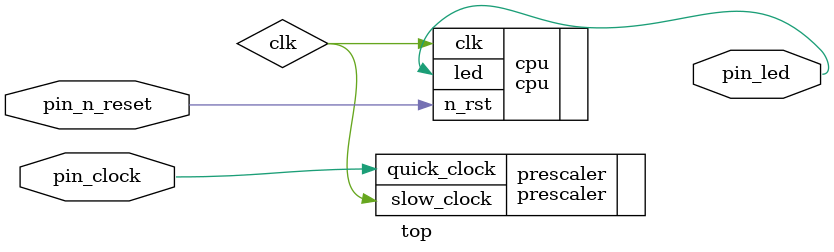
<source format=sv>
module top(
  input  logic pin_clock,
  input  logic pin_n_reset,
  output logic pin_led
);
  logic clk;
  prescaler #(.RATIO(100_000_000)) prescaler(
    .quick_clock(pin_clock),
    .slow_clock(clk)
  );

  cpu cpu(.clk, .n_rst(pin_n_reset), .led(pin_led));
endmodule

</source>
